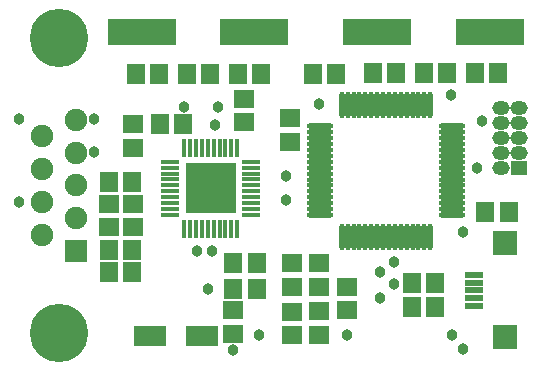
<source format=gts>
%FSLAX23Y23*%
%MOIN*%
G70*
G01*
G75*
G04 Layer_Color=8388736*
%ADD10R,0.059X0.055*%
%ADD11R,0.100X0.060*%
%ADD12R,0.055X0.059*%
%ADD13R,0.071X0.075*%
%ADD14R,0.055X0.016*%
%ADD15O,0.083X0.010*%
%ADD16O,0.010X0.083*%
%ADD17R,0.217X0.079*%
%ADD18R,0.010X0.055*%
%ADD19R,0.055X0.010*%
%ADD20R,0.163X0.163*%
%ADD21C,0.010*%
%ADD22C,0.020*%
%ADD23C,0.015*%
%ADD24O,0.050X0.040*%
%ADD25R,0.050X0.040*%
%ADD26C,0.187*%
%ADD27R,0.067X0.067*%
%ADD28C,0.067*%
%ADD29C,0.030*%
%ADD30R,0.024X0.051*%
%ADD31R,0.024X0.043*%
%ADD32C,0.024*%
%ADD33C,0.010*%
%ADD34C,0.008*%
%ADD35C,0.008*%
%ADD36C,0.006*%
%ADD37R,0.067X0.063*%
%ADD38R,0.108X0.068*%
%ADD39R,0.063X0.067*%
%ADD40R,0.079X0.083*%
%ADD41R,0.063X0.024*%
%ADD42O,0.091X0.018*%
%ADD43O,0.018X0.091*%
%ADD44R,0.225X0.087*%
%ADD45R,0.018X0.063*%
%ADD46R,0.063X0.018*%
%ADD47R,0.171X0.171*%
%ADD48O,0.058X0.048*%
%ADD49R,0.058X0.048*%
%ADD50C,0.195*%
%ADD51R,0.075X0.075*%
%ADD52C,0.075*%
%ADD53C,0.038*%
D37*
X1150Y291D02*
D03*
Y370D02*
D03*
Y130D02*
D03*
Y209D02*
D03*
X990Y919D02*
D03*
Y841D02*
D03*
X620Y491D02*
D03*
Y569D02*
D03*
X540Y491D02*
D03*
Y569D02*
D03*
X1335Y291D02*
D03*
Y213D02*
D03*
X955Y136D02*
D03*
Y214D02*
D03*
X1240Y210D02*
D03*
Y131D02*
D03*
X1144Y775D02*
D03*
Y853D02*
D03*
X1240Y370D02*
D03*
Y291D02*
D03*
X620Y834D02*
D03*
Y756D02*
D03*
D38*
X679Y128D02*
D03*
X852D02*
D03*
D39*
X631Y1000D02*
D03*
X709D02*
D03*
X1049D02*
D03*
X971D02*
D03*
X711Y835D02*
D03*
X789D02*
D03*
X1034Y370D02*
D03*
X956D02*
D03*
X541Y415D02*
D03*
X619D02*
D03*
X541Y340D02*
D03*
X619D02*
D03*
X1299Y1000D02*
D03*
X1221D02*
D03*
X1839Y1005D02*
D03*
X1761D02*
D03*
X1421D02*
D03*
X1499D02*
D03*
X1874Y540D02*
D03*
X1796D02*
D03*
X1034Y285D02*
D03*
X956D02*
D03*
X801Y1000D02*
D03*
X879D02*
D03*
X1669Y1005D02*
D03*
X1591D02*
D03*
X1629Y305D02*
D03*
X1551D02*
D03*
X1629Y225D02*
D03*
X1551D02*
D03*
X541Y640D02*
D03*
X619D02*
D03*
D40*
X1863Y437D02*
D03*
Y123D02*
D03*
D41*
X1758Y280D02*
D03*
Y331D02*
D03*
Y306D02*
D03*
Y229D02*
D03*
Y254D02*
D03*
D42*
X1245Y531D02*
D03*
Y551D02*
D03*
Y571D02*
D03*
Y590D02*
D03*
Y610D02*
D03*
Y630D02*
D03*
Y649D02*
D03*
Y669D02*
D03*
Y689D02*
D03*
Y709D02*
D03*
Y728D02*
D03*
Y748D02*
D03*
Y768D02*
D03*
Y787D02*
D03*
Y807D02*
D03*
Y827D02*
D03*
X1685D02*
D03*
Y807D02*
D03*
Y787D02*
D03*
Y768D02*
D03*
Y748D02*
D03*
Y728D02*
D03*
Y709D02*
D03*
Y689D02*
D03*
Y669D02*
D03*
Y649D02*
D03*
Y630D02*
D03*
Y610D02*
D03*
Y590D02*
D03*
Y571D02*
D03*
Y551D02*
D03*
Y531D02*
D03*
D43*
X1317Y899D02*
D03*
X1337D02*
D03*
X1357D02*
D03*
X1376D02*
D03*
X1396D02*
D03*
X1416D02*
D03*
X1435D02*
D03*
X1455D02*
D03*
X1475D02*
D03*
X1495D02*
D03*
X1514D02*
D03*
X1534D02*
D03*
X1554D02*
D03*
X1573D02*
D03*
X1593D02*
D03*
X1613D02*
D03*
Y459D02*
D03*
X1593D02*
D03*
X1573D02*
D03*
X1554D02*
D03*
X1534D02*
D03*
X1514D02*
D03*
X1495D02*
D03*
X1475D02*
D03*
X1455D02*
D03*
X1435D02*
D03*
X1416D02*
D03*
X1396D02*
D03*
X1376D02*
D03*
X1357D02*
D03*
X1337D02*
D03*
X1317D02*
D03*
D44*
X1025Y1140D02*
D03*
X651D02*
D03*
X1810D02*
D03*
X1436D02*
D03*
D45*
X791Y756D02*
D03*
X811D02*
D03*
X831D02*
D03*
X850D02*
D03*
X870D02*
D03*
X890D02*
D03*
X910D02*
D03*
X929D02*
D03*
X949D02*
D03*
X969D02*
D03*
Y484D02*
D03*
X949D02*
D03*
X929D02*
D03*
X910D02*
D03*
X890D02*
D03*
X870D02*
D03*
X850D02*
D03*
X831D02*
D03*
X811D02*
D03*
X791D02*
D03*
D46*
X1016Y709D02*
D03*
Y689D02*
D03*
Y669D02*
D03*
Y650D02*
D03*
Y630D02*
D03*
Y610D02*
D03*
Y590D02*
D03*
Y571D02*
D03*
Y551D02*
D03*
Y531D02*
D03*
X744D02*
D03*
Y551D02*
D03*
Y571D02*
D03*
Y590D02*
D03*
Y610D02*
D03*
Y630D02*
D03*
Y650D02*
D03*
Y669D02*
D03*
Y689D02*
D03*
Y709D02*
D03*
D47*
X880Y620D02*
D03*
D48*
X1849Y889D02*
D03*
X1909D02*
D03*
X1849Y839D02*
D03*
X1909D02*
D03*
X1849Y789D02*
D03*
X1909D02*
D03*
X1849Y739D02*
D03*
X1909D02*
D03*
X1849Y689D02*
D03*
D49*
X1909D02*
D03*
D50*
X374Y1122D02*
D03*
Y138D02*
D03*
D51*
X430Y412D02*
D03*
D52*
X318Y466D02*
D03*
X430Y521D02*
D03*
X318Y575D02*
D03*
X430Y630D02*
D03*
X318Y684D02*
D03*
X430Y739D02*
D03*
X318Y794D02*
D03*
X430Y848D02*
D03*
D53*
X1130Y580D02*
D03*
Y660D02*
D03*
X490Y850D02*
D03*
Y740D02*
D03*
X1445Y340D02*
D03*
Y255D02*
D03*
X1490Y300D02*
D03*
X240Y850D02*
D03*
X870Y285D02*
D03*
X905Y890D02*
D03*
X895Y830D02*
D03*
X1335Y130D02*
D03*
X1043D02*
D03*
X1240Y900D02*
D03*
X1685Y130D02*
D03*
X1680Y930D02*
D03*
X1720Y475D02*
D03*
Y85D02*
D03*
X791Y890D02*
D03*
X1785Y845D02*
D03*
X240Y575D02*
D03*
X1768Y689D02*
D03*
X955Y80D02*
D03*
X835Y410D02*
D03*
X885D02*
D03*
X1490Y375D02*
D03*
M02*

</source>
